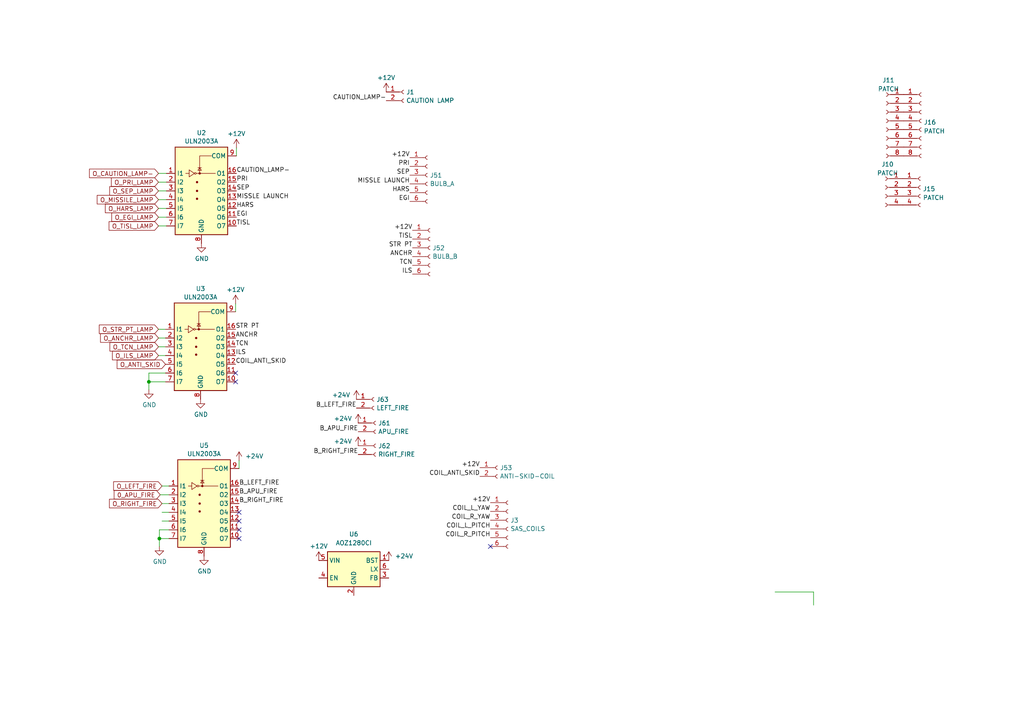
<source format=kicad_sch>
(kicad_sch (version 20231120) (generator "eeschema") (generator_version "8.0")
  (paper "A4")
  (lib_symbols
    (symbol "+12V_1" (power) (pin_names (offset 0))
      (property "Value" "+12V_1" (at 0 3.556 0))
      (symbol "+12V_1_0_1"
        (polyline (pts (xy -0.762 1.27) (xy 0 2.54)))
        (polyline (pts (xy 0 0) (xy 0 2.54)))
        (polyline (pts (xy 0 2.54) (xy 0.762 1.27)))
      )
      (symbol "+12V_1_1_1"
        (pin power_in line (at 0 0 90) (length 0) hide (name "+12V") (number "1"))
      )
    )
    (symbol "Connector:Conn_01x02_Socket" (pin_names (offset 1.016) hide)
      (property "Reference" "J" (at 0 2.54 0))
      (property "Value" "Conn_01x02_Socket" (at 0 -5.08 0))
      (symbol "Conn_01x02_Socket_1_1"
        (arc (start 0 -2.032) (mid -0.5058 -2.54) (end 0 -3.048) (stroke (width 0.1524)))
        (polyline (pts (xy -1.27 -2.54) (xy -0.508 -2.54)) (stroke (width 0.1524)))
        (polyline (pts (xy -1.27 0) (xy -0.508 0)) (stroke (width 0.1524)))
        (arc (start 0 0.508) (mid -0.5058 0) (end 0 -0.508) (stroke (width 0.1524)))
        (pin passive line (at -5.08 0 0) (length 3.81) (name "Pin_1") (number "1"))
        (pin passive line (at -5.08 -2.54 0) (length 3.81) (name "Pin_2") (number "2"))
      )
    )
    (symbol "Connector:Conn_01x04_Female" (pin_names (offset 1.016) hide)
      (property "Reference" "J" (at 0 5.08 0))
      (property "Value" "Conn_01x04_Female" (at 0 -7.62 0))
      (symbol "Conn_01x04_Female_1_1"
        (arc (start 0 -4.572) (mid -0.5058 -5.08) (end 0 -5.588) (stroke (width 0.1524)))
        (arc (start 0 -2.032) (mid -0.5058 -2.54) (end 0 -3.048) (stroke (width 0.1524)))
        (polyline (pts (xy -1.27 -5.08) (xy -0.508 -5.08)) (stroke (width 0.1524)))
        (polyline (pts (xy -1.27 -2.54) (xy -0.508 -2.54)) (stroke (width 0.1524)))
        (polyline (pts (xy -1.27 0) (xy -0.508 0)) (stroke (width 0.1524)))
        (polyline (pts (xy -1.27 2.54) (xy -0.508 2.54)) (stroke (width 0.1524)))
        (arc (start 0 0.508) (mid -0.5058 0) (end 0 -0.508) (stroke (width 0.1524)))
        (arc (start 0 3.048) (mid -0.5058 2.54) (end 0 2.032) (stroke (width 0.1524)))
        (pin passive line (at -5.08 2.54 0) (length 3.81) (name "Pin_1") (number "1"))
        (pin passive line (at -5.08 0 0) (length 3.81) (name "Pin_2") (number "2"))
        (pin passive line (at -5.08 -2.54 0) (length 3.81) (name "Pin_3") (number "3"))
        (pin passive line (at -5.08 -5.08 0) (length 3.81) (name "Pin_4") (number "4"))
      )
    )
    (symbol "Connector:Conn_01x06_Female" (pin_names (offset 1.016) hide)
      (property "Reference" "J" (at 0 7.62 0))
      (property "Value" "Conn_01x06_Female" (at 0 -10.16 0))
      (symbol "Conn_01x06_Female_1_1"
        (arc (start 0 -7.112) (mid -0.5058 -7.62) (end 0 -8.128) (stroke (width 0.1524)))
        (arc (start 0 -4.572) (mid -0.5058 -5.08) (end 0 -5.588) (stroke (width 0.1524)))
        (arc (start 0 -2.032) (mid -0.5058 -2.54) (end 0 -3.048) (stroke (width 0.1524)))
        (polyline (pts (xy -1.27 -7.62) (xy -0.508 -7.62)) (stroke (width 0.1524)))
        (polyline (pts (xy -1.27 -5.08) (xy -0.508 -5.08)) (stroke (width 0.1524)))
        (polyline (pts (xy -1.27 -2.54) (xy -0.508 -2.54)) (stroke (width 0.1524)))
        (polyline (pts (xy -1.27 0) (xy -0.508 0)) (stroke (width 0.1524)))
        (polyline (pts (xy -1.27 2.54) (xy -0.508 2.54)) (stroke (width 0.1524)))
        (polyline (pts (xy -1.27 5.08) (xy -0.508 5.08)) (stroke (width 0.1524)))
        (arc (start 0 0.508) (mid -0.5058 0) (end 0 -0.508) (stroke (width 0.1524)))
        (arc (start 0 3.048) (mid -0.5058 2.54) (end 0 2.032) (stroke (width 0.1524)))
        (arc (start 0 5.588) (mid -0.5058 5.08) (end 0 4.572) (stroke (width 0.1524)))
        (pin passive line (at -5.08 5.08 0) (length 3.81) (name "Pin_1") (number "1"))
        (pin passive line (at -5.08 2.54 0) (length 3.81) (name "Pin_2") (number "2"))
        (pin passive line (at -5.08 0 0) (length 3.81) (name "Pin_3") (number "3"))
        (pin passive line (at -5.08 -2.54 0) (length 3.81) (name "Pin_4") (number "4"))
        (pin passive line (at -5.08 -5.08 0) (length 3.81) (name "Pin_5") (number "5"))
        (pin passive line (at -5.08 -7.62 0) (length 3.81) (name "Pin_6") (number "6"))
      )
    )
    (symbol "Connector:Conn_01x06_Socket" (pin_names (offset 1.016) hide)
      (property "Reference" "J" (at 0 7.62 0))
      (property "Value" "Conn_01x06_Socket" (at 0 -10.16 0))
      (symbol "Conn_01x06_Socket_1_1"
        (arc (start 0 -7.112) (mid -0.5058 -7.62) (end 0 -8.128) (stroke (width 0.1524)))
        (arc (start 0 -4.572) (mid -0.5058 -5.08) (end 0 -5.588) (stroke (width 0.1524)))
        (arc (start 0 -2.032) (mid -0.5058 -2.54) (end 0 -3.048) (stroke (width 0.1524)))
        (polyline (pts (xy -1.27 -7.62) (xy -0.508 -7.62)) (stroke (width 0.1524)))
        (polyline (pts (xy -1.27 -5.08) (xy -0.508 -5.08)) (stroke (width 0.1524)))
        (polyline (pts (xy -1.27 -2.54) (xy -0.508 -2.54)) (stroke (width 0.1524)))
        (polyline (pts (xy -1.27 0) (xy -0.508 0)) (stroke (width 0.1524)))
        (polyline (pts (xy -1.27 2.54) (xy -0.508 2.54)) (stroke (width 0.1524)))
        (polyline (pts (xy -1.27 5.08) (xy -0.508 5.08)) (stroke (width 0.1524)))
        (arc (start 0 0.508) (mid -0.5058 0) (end 0 -0.508) (stroke (width 0.1524)))
        (arc (start 0 3.048) (mid -0.5058 2.54) (end 0 2.032) (stroke (width 0.1524)))
        (arc (start 0 5.588) (mid -0.5058 5.08) (end 0 4.572) (stroke (width 0.1524)))
        (pin passive line (at -5.08 5.08 0) (length 3.81) (name "Pin_1") (number "1"))
        (pin passive line (at -5.08 2.54 0) (length 3.81) (name "Pin_2") (number "2"))
        (pin passive line (at -5.08 0 0) (length 3.81) (name "Pin_3") (number "3"))
        (pin passive line (at -5.08 -2.54 0) (length 3.81) (name "Pin_4") (number "4"))
        (pin passive line (at -5.08 -5.08 0) (length 3.81) (name "Pin_5") (number "5"))
        (pin passive line (at -5.08 -7.62 0) (length 3.81) (name "Pin_6") (number "6"))
      )
    )
    (symbol "Connector:Conn_01x08_Female" (pin_names (offset 1.016) hide)
      (property "Reference" "J" (at 0 10.16 0))
      (property "Value" "Conn_01x08_Female" (at 0 -12.7 0))
      (symbol "Conn_01x08_Female_1_1"
        (arc (start 0 -9.652) (mid -0.5058 -10.16) (end 0 -10.668) (stroke (width 0.1524)))
        (arc (start 0 -7.112) (mid -0.5058 -7.62) (end 0 -8.128) (stroke (width 0.1524)))
        (arc (start 0 -4.572) (mid -0.5058 -5.08) (end 0 -5.588) (stroke (width 0.1524)))
        (arc (start 0 -2.032) (mid -0.5058 -2.54) (end 0 -3.048) (stroke (width 0.1524)))
        (polyline (pts (xy -1.27 -10.16) (xy -0.508 -10.16)) (stroke (width 0.1524)))
        (polyline (pts (xy -1.27 -7.62) (xy -0.508 -7.62)) (stroke (width 0.1524)))
        (polyline (pts (xy -1.27 -5.08) (xy -0.508 -5.08)) (stroke (width 0.1524)))
        (polyline (pts (xy -1.27 -2.54) (xy -0.508 -2.54)) (stroke (width 0.1524)))
        (polyline (pts (xy -1.27 0) (xy -0.508 0)) (stroke (width 0.1524)))
        (polyline (pts (xy -1.27 2.54) (xy -0.508 2.54)) (stroke (width 0.1524)))
        (polyline (pts (xy -1.27 5.08) (xy -0.508 5.08)) (stroke (width 0.1524)))
        (polyline (pts (xy -1.27 7.62) (xy -0.508 7.62)) (stroke (width 0.1524)))
        (arc (start 0 0.508) (mid -0.5058 0) (end 0 -0.508) (stroke (width 0.1524)))
        (arc (start 0 3.048) (mid -0.5058 2.54) (end 0 2.032) (stroke (width 0.1524)))
        (arc (start 0 5.588) (mid -0.5058 5.08) (end 0 4.572) (stroke (width 0.1524)))
        (arc (start 0 8.128) (mid -0.5058 7.62) (end 0 7.112) (stroke (width 0.1524)))
        (pin passive line (at -5.08 7.62 0) (length 3.81) (name "Pin_1") (number "1"))
        (pin passive line (at -5.08 5.08 0) (length 3.81) (name "Pin_2") (number "2"))
        (pin passive line (at -5.08 2.54 0) (length 3.81) (name "Pin_3") (number "3"))
        (pin passive line (at -5.08 0 0) (length 3.81) (name "Pin_4") (number "4"))
        (pin passive line (at -5.08 -2.54 0) (length 3.81) (name "Pin_5") (number "5"))
        (pin passive line (at -5.08 -5.08 0) (length 3.81) (name "Pin_6") (number "6"))
        (pin passive line (at -5.08 -7.62 0) (length 3.81) (name "Pin_7") (number "7"))
        (pin passive line (at -5.08 -10.16 0) (length 3.81) (name "Pin_8") (number "8"))
      )
    )
    (symbol "Regulator_Switching:AOZ1280CI"
      (property "Reference" "U" (at -6.35 -6.35 0))
      (property "Value" "AOZ1280CI" (at -2.54 6.35 0))
      (symbol "AOZ1280CI_0_1"
        (rectangle (start -7.62 5.08) (end 7.62 -5.08) (stroke (width 0.254)) (fill (type background)))
      )
      (symbol "AOZ1280CI_1_1"
        (pin input line (at 10.16 2.54 180) (length 2.54) (name "BST") (number "1"))
        (pin power_in line (at 0 -7.62 90) (length 2.54) (name "GND") (number "2"))
        (pin input line (at 10.16 -2.54 180) (length 2.54) (name "FB") (number "3"))
        (pin input line (at -10.16 -2.54 0) (length 2.54) (name "EN") (number "4"))
        (pin power_in line (at -10.16 2.54 0) (length 2.54) (name "VIN") (number "5"))
        (pin power_out line (at 10.16 0 180) (length 2.54) (name "LX") (number "6"))
      )
    )
    (symbol "Transistor_Array:ULN2003A"
      (property "Reference" "U" (at 0 15.875 0))
      (property "Value" "ULN2003A" (at 0 13.97 0))
      (symbol "ULN2003A_0_1"
        (rectangle (start -7.62 -12.7) (end 7.62 12.7) (stroke (width 0.254)) (fill (type background)))
        (circle (center -1.778 5.08) (radius 0.254))
        (circle (center -1.27 -2.286) (radius 0.254) (fill (type outline)))
        (circle (center -1.27 0) (radius 0.254) (fill (type outline)))
        (circle (center -1.27 2.54) (radius 0.254) (fill (type outline)))
        (circle (center -0.508 5.08) (radius 0.254) (fill (type outline)))
        (polyline (pts (xy -4.572 5.08) (xy -3.556 5.08)))
        (polyline (pts (xy -1.524 5.08) (xy 4.064 5.08)))
        (polyline (pts (xy 0 6.731) (xy -1.016 6.731)))
        (polyline (pts (xy -0.508 5.08) (xy -0.508 10.16) (xy 2.921 10.16)))
        (polyline (pts (xy -3.556 6.096) (xy -3.556 4.064) (xy -2.032 5.08) (xy -3.556 6.096)))
        (polyline (pts (xy 0 5.969) (xy -1.016 5.969) (xy -0.508 6.731) (xy 0 5.969)))
      )
      (symbol "ULN2003A_1_1"
        (pin input line (at -10.16 5.08 0) (length 2.54) (name "I1") (number "1"))
        (pin open_collector line (at 10.16 -10.16 180) (length 2.54) (name "O7") (number "10"))
        (pin open_collector line (at 10.16 -7.62 180) (length 2.54) (name "O6") (number "11"))
        (pin open_collector line (at 10.16 -5.08 180) (length 2.54) (name "O5") (number "12"))
        (pin open_collector line (at 10.16 -2.54 180) (length 2.54) (name "O4") (number "13"))
        (pin open_collector line (at 10.16 0 180) (length 2.54) (name "O3") (number "14"))
        (pin open_collector line (at 10.16 2.54 180) (length 2.54) (name "O2") (number "15"))
        (pin open_collector line (at 10.16 5.08 180) (length 2.54) (name "O1") (number "16"))
        (pin input line (at -10.16 2.54 0) (length 2.54) (name "I2") (number "2"))
        (pin input line (at -10.16 0 0) (length 2.54) (name "I3") (number "3"))
        (pin input line (at -10.16 -2.54 0) (length 2.54) (name "I4") (number "4"))
        (pin input line (at -10.16 -5.08 0) (length 2.54) (name "I5") (number "5"))
        (pin input line (at -10.16 -7.62 0) (length 2.54) (name "I6") (number "6"))
        (pin input line (at -10.16 -10.16 0) (length 2.54) (name "I7") (number "7"))
        (pin power_in line (at 0 -15.24 90) (length 2.54) (name "GND") (number "8"))
        (pin passive line (at 10.16 10.16 180) (length 2.54) (name "COM") (number "9"))
      )
    )
    (symbol "power:GND" (power) (pin_names (offset 0))
      (property "Value" "GND" (at 0 -3.81 0))
      (symbol "GND_0_1"
        (polyline (pts (xy 0 0) (xy 0 -1.27) (xy 1.27 -1.27) (xy 0 -2.54) (xy -1.27 -1.27) (xy 0 -1.27)))
      )
      (symbol "GND_1_1"
        (pin power_in line (at 0 0 270) (length 0) hide (name "GND") (number "1"))
      )
    )
  )
  (junction (at 43.18 110.744))
  (junction (at 46.228 156.21))
  (no_connect (at 69.342 153.67))
  (no_connect (at 69.342 151.13))
  (no_connect (at 68.326 110.744))
  (no_connect (at 142.24 158.496))
  (no_connect (at 68.326 108.204))
  (no_connect (at 69.342 148.59))
  (no_connect (at 69.342 156.21))
  (wire (pts (xy 69.342 133.604) (xy 69.342 135.89)))
  (wire (pts (xy 49.022 153.67) (xy 46.228 153.67)))
  (wire (pts (xy 43.18 108.204) (xy 43.18 110.744)))
  (wire (pts (xy 45.974 62.992) (xy 48.26 62.992)))
  (wire (pts (xy 45.974 52.832) (xy 48.26 52.832)))
  (wire (pts (xy 45.974 50.292) (xy 48.26 50.292)))
  (wire (pts (xy 43.18 110.744) (xy 48.006 110.744)))
  (wire (pts (xy 45.974 57.912) (xy 48.26 57.912)))
  (wire (pts (xy 46.99 148.59) (xy 49.022 148.59)))
  (wire (pts (xy 45.974 100.584) (xy 48.006 100.584)))
  (wire (pts (xy 46.228 156.21) (xy 46.228 158.496)))
  (wire (pts (xy 46.99 140.97) (xy 49.022 140.97)))
  (wire (pts (xy 43.18 108.204) (xy 48.006 108.204)))
  (wire (pts (xy 68.326 88.138) (xy 68.326 90.424)))
  (wire (pts (xy 235.966 171.704) (xy 235.966 175.514)))
  (wire (pts (xy 45.974 55.372) (xy 48.26 55.372)))
  (wire (pts (xy 45.974 98.044) (xy 48.006 98.044)))
  (wire (pts (xy 68.58 42.926) (xy 68.58 45.212)))
  (wire (pts (xy 46.99 146.05) (xy 49.022 146.05)))
  (wire (pts (xy 45.974 60.452) (xy 48.26 60.452)))
  (wire (pts (xy 43.18 110.744) (xy 43.18 113.03)))
  (wire (pts (xy 46.99 151.13) (xy 49.022 151.13)))
  (wire (pts (xy 46.228 156.21) (xy 49.022 156.21)))
  (wire (pts (xy 46.228 153.67) (xy 46.228 156.21)))
  (wire (pts (xy 45.974 103.124) (xy 48.006 103.124)))
  (wire (pts (xy 224.79 171.704) (xy 235.966 171.704)))
  (wire (pts (xy 45.974 65.532) (xy 48.26 65.532)))
  (wire (pts (xy 45.974 95.504) (xy 48.006 95.504)))
  (wire (pts (xy 46.482 143.51) (xy 49.022 143.51)))
  (label "PRI" (at 68.58 52.832 0))
  (label "STR PT" (at 68.326 95.504 0))
  (label "+12V" (at 139.192 135.636 180))
  (label "TCN" (at 119.634 76.962 180))
  (label "ILS" (at 119.634 79.502 180))
  (label "SEP" (at 68.58 55.372 0))
  (label "+12V" (at 119.634 66.802 180))
  (label "COIL_L_YAW" (at 142.24 148.336 180))
  (label "B_RIGHT_FIRE" (at 103.886 131.826 180))
  (label "B_LEFT_FIRE" (at 103.378 118.364 180))
  (label "PRI" (at 118.872 48.26 180))
  (label "+12V" (at 142.24 145.796 180))
  (label "+12V" (at 118.872 45.72 180))
  (label "SEP" (at 118.872 50.8 180))
  (label "HARS" (at 68.58 60.452 0))
  (label "B_APU_FIRE" (at 69.342 143.51 0))
  (label "TISL" (at 119.634 69.342 180))
  (label "B_RIGHT_FIRE" (at 69.342 146.05 0))
  (label "STR PT" (at 119.634 71.882 180))
  (label "ILS" (at 68.326 103.124 0))
  (label "B_LEFT_FIRE" (at 69.342 140.97 0))
  (label "COIL_R_PITCH" (at 142.24 155.956 180))
  (label "CAUTION_LAMP-" (at 112.014 29.21 180))
  (label "ANCHR" (at 119.634 74.422 180))
  (label "TISL" (at 68.58 65.532 0))
  (label "B_APU_FIRE" (at 103.886 125.222 180))
  (label "ANCHR" (at 68.326 98.044 0))
  (label "MISSLE LAUNCH" (at 68.58 57.912 0))
  (label "MISSLE LAUNCH" (at 118.872 53.34 180))
  (label "COIL_ANTI_SKID" (at 68.326 105.664 0))
  (label "EGI" (at 118.872 58.42 180))
  (label "COIL_R_YAW" (at 142.24 150.876 180))
  (label "EGI" (at 68.58 62.992 0))
  (label "COIL_ANTI_SKID" (at 139.192 138.176 180))
  (label "TCN" (at 68.326 100.584 0))
  (label "HARS" (at 118.872 55.88 180))
  (label "COIL_L_PITCH" (at 142.24 153.416 180))
  (label "CAUTION_LAMP-" (at 68.58 50.292 0))
  (global_label "O_PRI_LAMP" (shape input) (at 45.974 52.832 180) (property "Intersheetrefs" "${INTERSHEET_REFS}" (effects (hide yes))))
  (global_label "O_TISL_LAMP" (shape input) (at 45.974 65.532 180) (property "Intersheetrefs" "${INTERSHEET_REFS}" (effects (hide yes))))
  (global_label "O_EGI_LAMP" (shape input) (at 45.974 62.992 180) (property "Intersheetrefs" "${INTERSHEET_REFS}" (effects (hide yes))))
  (global_label "O_ANTI_SKID" (shape input) (at 48.006 105.664 180) (property "Intersheetrefs" "${INTERSHEET_REFS}" (effects (hide yes))))
  (global_label "O_HARS_LAMP" (shape input) (at 45.974 60.452 180) (property "Intersheetrefs" "${INTERSHEET_REFS}" (effects (hide yes))))
  (global_label "O_CAUTION_LAMP-" (shape input) (at 45.974 50.292 180) (property "Intersheetrefs" "${INTERSHEET_REFS}" (effects (hide yes))))
  (global_label "O_ILS_LAMP" (shape input) (at 45.974 103.124 180) (property "Intersheetrefs" "${INTERSHEET_REFS}" (effects (hide yes))))
  (global_label "O_SEP_LAMP" (shape input) (at 45.974 55.372 180) (property "Intersheetrefs" "${INTERSHEET_REFS}" (effects (hide yes))))
  (global_label "O_TCN_LAMP" (shape input) (at 45.974 100.584 180) (property "Intersheetrefs" "${INTERSHEET_REFS}" (effects (hide yes))))
  (global_label "O_MISSILE_LAMP" (shape input) (at 45.974 57.912 180) (property "Intersheetrefs" "${INTERSHEET_REFS}" (effects (hide yes))))
  (global_label "O_RIGHT_FIRE" (shape input) (at 46.99 146.05 180) (property "Intersheetrefs" "${INTERSHEET_REFS}" (effects (hide yes))))
  (global_label "O_ANCHR_LAMP" (shape input) (at 45.974 98.044 180) (property "Intersheetrefs" "${INTERSHEET_REFS}" (effects (hide yes))))
  (global_label "O_LEFT_FIRE" (shape input) (at 46.99 140.97 180) (property "Intersheetrefs" "${INTERSHEET_REFS}" (effects (hide yes))))
  (global_label "O_STR_PT_LAMP" (shape input) (at 45.974 95.504 180) (property "Intersheetrefs" "${INTERSHEET_REFS}" (effects (hide yes))))
  (global_label "0_APU_FIRE" (shape input) (at 46.482 143.51 180) (property "Intersheetrefs" "${INTERSHEET_REFS}" (effects (hide yes))))
  (symbol (lib_name "+12V_1") (lib_id "power:+12V") (at 68.58 42.926 0) (unit 1)
    (property "Reference" "#PWR066" (effects (hide yes)))
    (property "Value" "+12V" (at 68.58 38.7929 0))
  )
  (symbol (lib_name "+12V_1") (lib_id "power:+12V") (at 68.326 88.138 0) (unit 1)
    (property "Reference" "#PWR070" (effects (hide yes)))
    (property "Value" "+12V" (at 68.326 84.0049 0))
  )
  (symbol (lib_name "+12V_1") (lib_id "power:+12V") (at 103.886 129.286 0) (mirror y) (unit 1)
    (property "Reference" "#PWR093" (effects (hide yes)))
    (property "Value" "+24V" (at 102.108 128.0159 0) (effects (justify left)))
  )
  (symbol (lib_id "power:GND") (at 58.42 70.612 0) (unit 1)
    (property "Reference" "#PWR065" (effects (hide yes)))
    (property "Value" "GND" (at 58.547 75.0062 0))
  )
  (symbol (lib_id "Connector:Conn_01x06_Socket") (at 124.714 71.882 0) (unit 1)
    (property "Reference" "J52" (at 125.4252 71.9399 0) (effects (justify left)))
    (property "Value" "BULB_B" (at 125.4252 74.3641 0) (effects (justify left)))
    (property "Footprint" "Connector_Molex:Molex_KK-254_AE-6410-06A_1x06_P2.54mm_Vertical" (effects (hide yes)))
  )
  (symbol (lib_id "Connector:Conn_01x02_Socket") (at 108.966 129.286 0) (unit 1)
    (property "Reference" "J62" (at 109.6772 129.3439 0) (effects (justify left)))
    (property "Value" "RIGHT_FIRE" (at 109.6772 131.7681 0) (effects (justify left)))
    (property "Footprint" "Connector_Molex:Molex_KK-254_AE-6410-02A_1x02_P2.54mm_Vertical" (effects (hide yes)))
  )
  (symbol (lib_id "power:GND") (at 43.18 113.03 0) (unit 1)
    (property "Reference" "#PWR077" (effects (hide yes)))
    (property "Value" "GND" (at 43.307 117.4242 0))
  )
  (symbol (lib_name "+12V_1") (lib_id "power:+12V") (at 103.378 115.824 0) (mirror y) (unit 1)
    (property "Reference" "#PWR091" (effects (hide yes)))
    (property "Value" "+24V" (at 101.6 114.5539 0) (effects (justify left)))
  )
  (symbol (lib_id "Connector:Conn_01x08_Female") (at 267.208 35.052 0) (unit 1)
    (property "Reference" "J16" (at 267.9192 35.4873 0) (effects (justify left)))
    (property "Value" "PATCH" (at 267.9192 38.0242 0) (effects (justify left)))
    (property "Footprint" "Connector_PinHeader_2.54mm:PinHeader_1x08_P2.54mm_Vertical" (effects (hide yes)))
  )
  (symbol (lib_id "Transistor_Array:ULN2003A") (at 58.42 55.372 0) (unit 1)
    (property "Reference" "U2" (at 58.42 38.5277 0))
    (property "Value" "ULN2003A" (at 58.42 40.9519 0))
    (property "Footprint" "Package_DIP:DIP-16_W7.62mm_LongPads" (effects (hide yes)))
    (property "Datasheet" "http://www.ti.com/lit/ds/symlink/uln2003a.pdf" (effects (hide yes)))
  )
  (symbol (lib_name "+12V_1") (lib_id "power:+12V") (at 103.886 122.682 0) (mirror y) (unit 1)
    (property "Reference" "#PWR092" (effects (hide yes)))
    (property "Value" "+24V" (at 102.108 121.4119 0) (effects (justify left)))
  )
  (symbol (lib_id "Connector:Conn_01x02_Socket") (at 108.458 115.824 0) (unit 1)
    (property "Reference" "J63" (at 109.1692 115.8819 0) (effects (justify left)))
    (property "Value" "LEFT_FIRE" (at 109.1692 118.3061 0) (effects (justify left)))
    (property "Footprint" "Connector_Molex:Molex_KK-254_AE-6410-02A_1x02_P2.54mm_Vertical" (effects (hide yes)))
  )
  (symbol (lib_name "+12V_1") (lib_id "power:+12V") (at 112.776 162.56 0) (unit 1)
    (property "Reference" "#PWR094" (effects (hide yes)))
    (property "Value" "+24V" (at 114.554 161.2899 0) (effects (justify left)))
  )
  (symbol (lib_id "power:GND") (at 46.228 158.496 0) (unit 1)
    (property "Reference" "#PWR076" (effects (hide yes)))
    (property "Value" "GND" (at 46.355 162.8902 0))
  )
  (symbol (lib_id "Connector:Conn_01x06_Socket") (at 123.952 50.8 0) (unit 1)
    (property "Reference" "J51" (at 124.6632 50.8579 0) (effects (justify left)))
    (property "Value" "BULB_A" (at 124.6632 53.2821 0) (effects (justify left)))
    (property "Footprint" "Connector_Molex:Molex_KK-254_AE-6410-06A_1x06_P2.54mm_Vertical" (effects (hide yes)))
  )
  (symbol (lib_name "+12V_1") (lib_id "power:+12V") (at 112.014 26.67 0) (unit 1)
    (property "Reference" "#PWR067" (effects (hide yes)))
    (property "Value" "+12V" (at 112.014 22.5369 0))
  )
  (symbol (lib_name "+12V_1") (lib_id "power:+12V") (at 69.342 133.604 0) (unit 1)
    (property "Reference" "#PWR075" (effects (hide yes)))
    (property "Value" "+24V" (at 71.12 132.3339 0) (effects (justify left)))
  )
  (symbol (lib_name "+12V_1") (lib_id "power:+12V") (at 92.456 162.56 0) (unit 1)
    (property "Reference" "#PWR095" (effects (hide yes)))
    (property "Value" "+12V" (at 92.456 158.4269 0))
  )
  (symbol (lib_id "Connector:Conn_01x08_Female") (at 257.048 35.052 0) (mirror y) (unit 1)
    (property "Reference" "J11" (at 257.683 23.275 0))
    (property "Value" "PATCH" (at 257.683 25.8119 0))
    (property "Footprint" "Connector_PinHeader_2.54mm:PinHeader_1x08_P2.54mm_Vertical" (effects (hide yes)))
  )
  (symbol (lib_id "Transistor_Array:ULN2003A") (at 59.182 146.05 0) (unit 1)
    (property "Reference" "U5" (at 59.182 129.2057 0))
    (property "Value" "ULN2003A" (at 59.182 131.6299 0))
    (property "Footprint" "Package_DIP:DIP-16_W7.62mm_LongPads" (effects (hide yes)))
    (property "Datasheet" "http://www.ti.com/lit/ds/symlink/uln2003a.pdf" (effects (hide yes)))
  )
  (symbol (lib_id "power:GND") (at 59.182 161.29 0) (unit 1)
    (property "Reference" "#PWR072" (effects (hide yes)))
    (property "Value" "GND" (at 59.309 165.6842 0))
  )
  (symbol (lib_id "Connector:Conn_01x02_Socket") (at 144.272 135.636 0) (unit 1)
    (property "Reference" "J53" (at 144.9832 135.6939 0) (effects (justify left)))
    (property "Value" "ANTI-SKID-COIL" (at 144.9832 138.1181 0) (effects (justify left)))
    (property "Footprint" "Connector_Molex:Molex_KK-254_AE-6410-02A_1x02_P2.54mm_Vertical" (effects (hide yes)))
  )
  (symbol (lib_id "Connector:Conn_01x04_Female") (at 266.954 54.356 0) (unit 1)
    (property "Reference" "J15" (at 267.6652 54.7913 0) (effects (justify left)))
    (property "Value" "PATCH" (at 267.6652 57.3282 0) (effects (justify left)))
    (property "Footprint" "Connector_PinHeader_2.54mm:PinHeader_1x04_P2.54mm_Vertical" (effects (hide yes)))
  )
  (symbol (lib_id "Connector:Conn_01x06_Female") (at 147.32 150.876 0) (unit 1)
    (property "Reference" "J3" (at 148.0312 150.9339 0) (effects (justify left)))
    (property "Value" "SAS_COILS" (at 148.0312 153.3581 0) (effects (justify left)))
    (property "Footprint" "Connector_Molex:Molex_KK-254_AE-6410-06A_1x06_P2.54mm_Vertical" (effects (hide yes)))
    (instances (project "SAS" (path "" (reference "J3") (unit 1))) (project "SAS" (path "" (reference "J3") (unit 1))) (project "Forward Console General Output" (path "" (reference "J54") (unit 1))))
  )
  (symbol (lib_id "Regulator_Switching:AOZ1280CI") (at 102.616 165.1 0) (unit 1)
    (property "Reference" "U6" (at 102.616 154.94 0))
    (property "Value" "AOZ1280CI" (at 102.616 157.48 0))
    (property "Footprint" "Package_TO_SOT_SMD:SOT-23-6" (effects (hide yes)))
    (property "Datasheet" "http://aosmd.com/res/data_sheets/AOZ1280CI.pdf" (effects (hide yes)))
    (property "Description" "1.2 A Simple Buck Regulator, 3-26V input, 1.5Mhz" (effects (hide yes)))
  )
  (symbol (lib_id "Connector:Conn_01x02_Socket") (at 108.966 122.682 0) (unit 1)
    (property "Reference" "J61" (at 109.6772 122.7399 0) (effects (justify left)))
    (property "Value" "APU_FIRE" (at 109.6772 125.1641 0) (effects (justify left)))
    (property "Footprint" "Connector_Molex:Molex_KK-254_AE-6410-02A_1x02_P2.54mm_Vertical" (effects (hide yes)))
  )
  (symbol (lib_id "Connector:Conn_01x02_Socket") (at 117.094 26.67 0) (unit 1)
    (property "Reference" "J1" (at 117.8052 26.7279 0) (effects (justify left)))
    (property "Value" "CAUTION LAMP" (at 117.8052 29.1521 0) (effects (justify left)))
    (property "Footprint" "Connector_Molex:Molex_KK-254_AE-6410-02A_1x02_P2.54mm_Vertical" (effects (hide yes)))
    (instances (project "UFC" (path "" (reference "J1") (unit 1))) (project "Forward Console General Output" (path "" (reference "J49") (unit 1))))
  )
  (symbol (lib_id "Transistor_Array:ULN2003A") (at 58.166 100.584 0) (unit 1)
    (property "Reference" "U3" (at 58.166 83.7397 0))
    (property "Value" "ULN2003A" (at 58.166 86.1639 0))
    (property "Footprint" "Package_DIP:DIP-16_W7.62mm_LongPads" (effects (hide yes)))
    (property "Datasheet" "http://www.ti.com/lit/ds/symlink/uln2003a.pdf" (effects (hide yes)))
  )
  (symbol (lib_id "Connector:Conn_01x04_Female") (at 256.794 54.356 0) (mirror y) (unit 1)
    (property "Reference" "J10" (at 257.429 47.659 0))
    (property "Value" "PATCH" (at 257.429 50.1959 0))
    (property "Footprint" "Connector_PinHeader_2.54mm:PinHeader_1x04_P2.54mm_Vertical" (effects (hide yes)))
  )
  (symbol (lib_id "power:GND") (at 58.166 115.824 0) (unit 1)
    (property "Reference" "#PWR071" (effects (hide yes)))
    (property "Value" "GND" (at 58.293 120.2182 0))
  )
)
</source>
